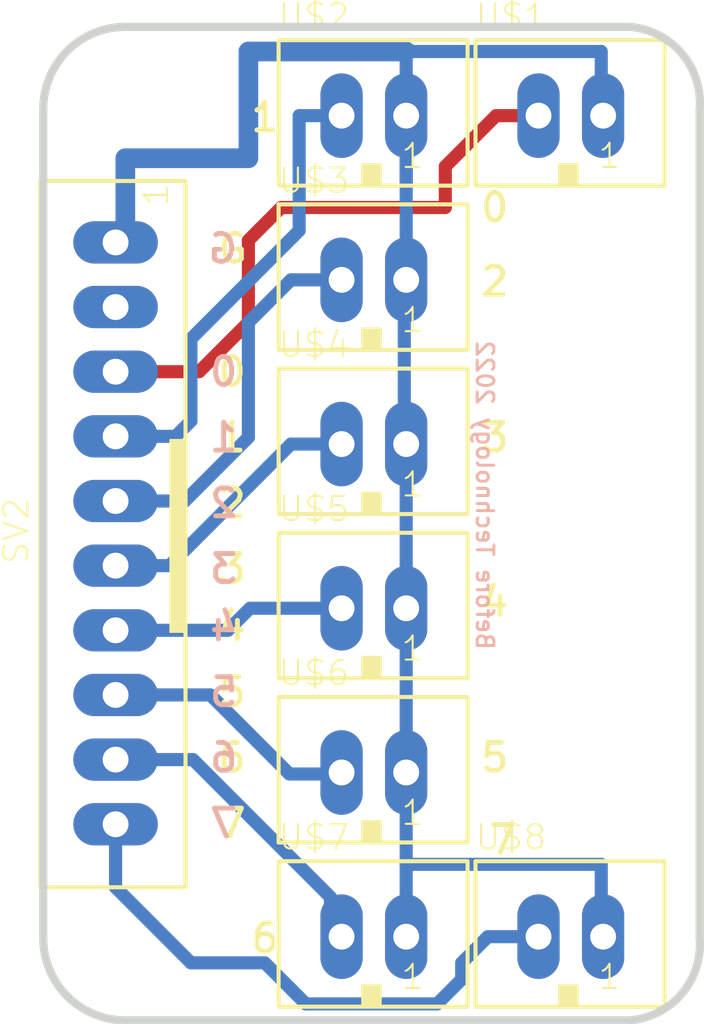
<source format=kicad_pcb>
(kicad_pcb (version 20211014) (generator pcbnew)
  (layers (0 "F.Cu" signal) (31 "B.Cu" signal) (34 "B.Paste" user) (35 "F.Paste" user) (36 "B.SilkS" user "B.Silkscreen") (37 "F.SilkS" user "F.Silkscreen") (38 "B.Mask" user) (39 "F.Mask" user) (44 "Edge.Cuts" user))
  (net 0 "")
  (net 1 "N$1")
  (net 2 "N$3")
  (net 3 "N$4")
  (net 4 "N$5")
  (net 5 "N$6")
  (net 6 "N$7")
  (net 7 "N$8")
  (net 8 "N$9")
  (net 9 "N$2")
  (footprint "weaver_PHSIL:JST_B10B-PH_HEADER" (layer "F.Cu") (at 140.623245 100.3046 90)
    (fp_text reference "SV2" (at -6 -2.6825 90) (layer "F.SilkS") (effects (font (size 0.747776 0.747776) (thickness 0.065024)) (justify left bottom)))
    (fp_text value "JST-PH_10-PIN_HEADER" hide)
    (fp_text user "1" (at 5.07 1.635 90) (layer "F.SilkS") (effects (font (size 0.747776 0.747776) (thickness 0.065024)) (justify left bottom)))
    (fp_line (start 5.9 -2.3825) (end 5.9 2.1175) (layer "F.SilkS") (width 0.127))
    (fp_line (start 5.9 2.1175) (end -15.95 2.1175) (layer "F.SilkS") (width 0.127))
    (fp_line (start -15.95 -2.3825) (end 5.9 -2.3825) (layer "F.SilkS") (width 0.127))
    (fp_line (start -15.95 2.1175) (end -15.95 -2.3825) (layer "F.SilkS") (width 0.127))
    (fp_poly (pts (xy -8.08 2.1175) (xy -2.08 2.1175) (xy -2.08 1.6175) (xy -8.08 1.6175)) (layer "F.SilkS") (width 0) (fill solid))
    (pad "P1" thru_hole oval (at 4 -0.0475 180) (size 2.616 1.308) (drill 0.8) (layers *.Cu *.Mask) (net 1 "N$1"))
    (pad "P2" thru_hole oval (at 2 -0.0475 180) (size 2.616 1.308) (drill 0.8) (layers *.Cu *.Mask))
    (pad "P3" thru_hole oval (at 0 -0.0475 180) (size 2.616 1.308) (drill 0.8) (layers *.Cu *.Mask) (net 9 "N$2"))
    (pad "P4" thru_hole oval (at -2 -0.0475 180) (size 2.616 1.308) (drill 0.8) (layers *.Cu *.Mask) (net 2 "N$3"))
    (pad "P5" thru_hole oval (at -4 -0.0475 180) (size 2.616 1.308) (drill 0.8) (layers *.Cu *.Mask) (net 3 "N$4"))
    (pad "P6" thru_hole oval (at -6 -0.0475 180) (size 2.616 1.308) (drill 0.8) (layers *.Cu *.Mask) (net 4 "N$5"))
    (pad "P7" thru_hole oval (at -8 -0.0475 180) (size 2.616 1.308) (drill 0.8) (layers *.Cu *.Mask) (net 5 "N$6"))
    (pad "P8" thru_hole oval (at -10 -0.0475 180) (size 2.616 1.308) (drill 0.8) (layers *.Cu *.Mask) (net 6 "N$7"))
    (pad "P9" thru_hole oval (at -12 -0.0475 180) (size 2.616 1.308) (drill 0.8) (layers *.Cu *.Mask) (net 7 "N$8"))
    (pad "P10" thru_hole oval (at -14 -0.0475 180) (size 2.616 1.308) (drill 0.8) (layers *.Cu *.Mask) (net 8 "N$9"))
  )
  (footprint "weaver_PHSIL:JST_B2B-PH_HEADER" (layer "F.Cu") (at 148.497245 117.8306)
    (fp_text reference "U$7" (at -2.925 -2.6825) (layer "F.SilkS") (effects (font (size 0.747776 0.747776) (thickness 0.065024)) (justify left bottom)))
    (fp_text value "JST-PH_2-PIN_HEADER" hide)
    (fp_text user "1" (at 0.875 1.635) (layer "F.SilkS") (effects (font (size 0.747776 0.747776) (thickness 0.065024)) (justify left bottom)))
    (fp_line (start -2.875 -2.3825) (end 2.975 -2.3825) (layer "F.SilkS") (width 0.127))
    (fp_line (start -2.875 2.1175) (end -2.875 -2.3825) (layer "F.SilkS") (width 0.127))
    (fp_line (start 2.975 2.1175) (end -2.875 2.1175) (layer "F.SilkS") (width 0.127))
    (fp_line (start 2.975 -2.3825) (end 2.975 2.1175) (layer "F.SilkS") (width 0.127))
    (fp_poly (pts (xy -0.3175 2.060468) (xy 0.3175 2.060468) (xy 0.3175 1.425468) (xy -0.3175 1.425468)) (layer "F.SilkS") (width 0) (fill solid))
    (pad "P1" thru_hole oval (at 1.075 -0.0475 90) (size 2.616 1.308) (drill 0.8) (layers *.Cu *.Mask) (net 1 "N$1"))
    (pad "P2" thru_hole oval (at -0.925 -0.0475 90) (size 2.616 1.308) (drill 0.8) (layers *.Cu *.Mask) (net 7 "N$8"))
  )
  (footprint "weaver_PHSIL:JST_B2B-PH_HEADER" (layer "F.Cu") (at 148.497245 112.7506)
    (fp_text reference "U$6" (at -2.925 -2.6825) (layer "F.SilkS") (effects (font (size 0.747776 0.747776) (thickness 0.065024)) (justify left bottom)))
    (fp_text value "JST-PH_2-PIN_HEADER" hide)
    (fp_text user "1" (at 0.875 1.635) (layer "F.SilkS") (effects (font (size 0.747776 0.747776) (thickness 0.065024)) (justify left bottom)))
    (fp_line (start 2.975 2.1175) (end -2.875 2.1175) (layer "F.SilkS") (width 0.127))
    (fp_line (start -2.875 -2.3825) (end 2.975 -2.3825) (layer "F.SilkS") (width 0.127))
    (fp_line (start -2.875 2.1175) (end -2.875 -2.3825) (layer "F.SilkS") (width 0.127))
    (fp_line (start 2.975 -2.3825) (end 2.975 2.1175) (layer "F.SilkS") (width 0.127))
    (fp_poly (pts (xy -0.3175 2.060468) (xy 0.3175 2.060468) (xy 0.3175 1.425468) (xy -0.3175 1.425468)) (layer "F.SilkS") (width 0) (fill solid))
    (pad "P1" thru_hole oval (at 1.075 -0.0475 90) (size 2.616 1.308) (drill 0.8) (layers *.Cu *.Mask) (net 1 "N$1"))
    (pad "P2" thru_hole oval (at -0.925 -0.0475 90) (size 2.616 1.308) (drill 0.8) (layers *.Cu *.Mask) (net 6 "N$7"))
  )
  (footprint "" (layer "F.Cu") (at 155.609245 112.7506)
    (fp_text reference "@HOLE0" hide)
    (fp_text value "" (at 0 0) (layer "F.SilkS") (effects (font (size 1.27 1.27))))
    (pad "" np_thru_hole circle (at 0 0) (size 3.175 3.175) (drill 3.175) (layers *.Cu *.Mask))
  )
  (footprint "weaver_PHSIL:JST_B2B-PH_HEADER" (layer "F.Cu") (at 154.593245 92.4306)
    (fp_text reference "U$1" (at -2.925 -2.6825) (layer "F.SilkS") (effects (font (size 0.747776 0.747776) (thickness 0.065024)) (justify left bottom)))
    (fp_text value "JST-PH_2-PIN_HEADER" hide)
    (fp_text user "1" (at 0.875 1.635) (layer "F.SilkS") (effects (font (size 0.747776 0.747776) (thickness 0.065024)) (justify left bottom)))
    (fp_line (start -2.875 2.1175) (end -2.875 -2.3825) (layer "F.SilkS") (width 0.127))
    (fp_line (start -2.875 -2.3825) (end 2.975 -2.3825) (layer "F.SilkS") (width 0.127))
    (fp_line (start 2.975 2.1175) (end -2.875 2.1175) (layer "F.SilkS") (width 0.127))
    (fp_line (start 2.975 -2.3825) (end 2.975 2.1175) (layer "F.SilkS") (width 0.127))
    (fp_poly (pts (xy -0.3175 2.060468) (xy 0.3175 2.060468) (xy 0.3175 1.425468) (xy -0.3175 1.425468)) (layer "F.SilkS") (width 0) (fill solid))
    (pad "P1" thru_hole oval (at 1.075 -0.0475 90) (size 2.616 1.308) (drill 0.8) (layers *.Cu *.Mask) (net 1 "N$1"))
    (pad "P2" thru_hole oval (at -0.925 -0.0475 90) (size 2.616 1.308) (drill 0.8) (layers *.Cu *.Mask) (net 9 "N$2"))
  )
  (footprint "weaver_PHSIL:JST_B2B-PH_HEADER" (layer "F.Cu") (at 148.497245 97.5106)
    (fp_text reference "U$3" (at -2.925 -2.6825) (layer "F.SilkS") (effects (font (size 0.747776 0.747776) (thickness 0.065024)) (justify left bottom)))
    (fp_text value "JST-PH_2-PIN_HEADER" hide)
    (fp_text user "1" (at 0.875 1.635) (layer "F.SilkS") (effects (font (size 0.747776 0.747776) (thickness 0.065024)) (justify left bottom)))
    (fp_line (start 2.975 -2.3825) (end 2.975 2.1175) (layer "F.SilkS") (width 0.127))
    (fp_line (start -2.875 2.1175) (end -2.875 -2.3825) (layer "F.SilkS") (width 0.127))
    (fp_line (start -2.875 -2.3825) (end 2.975 -2.3825) (layer "F.SilkS") (width 0.127))
    (fp_line (start 2.975 2.1175) (end -2.875 2.1175) (layer "F.SilkS") (width 0.127))
    (fp_poly (pts (xy -0.3175 2.060468) (xy 0.3175 2.060468) (xy 0.3175 1.425468) (xy -0.3175 1.425468)) (layer "F.SilkS") (width 0) (fill solid))
    (pad "P1" thru_hole oval (at 1.075 -0.0475 90) (size 2.616 1.308) (drill 0.8) (layers *.Cu *.Mask) (net 1 "N$1"))
    (pad "P2" thru_hole oval (at -0.925 -0.0475 90) (size 2.616 1.308) (drill 0.8) (layers *.Cu *.Mask) (net 3 "N$4"))
  )
  (footprint "" (layer "F.Cu") (at 155.609245 97.5106)
    (fp_text reference "@HOLE1" hide)
    (fp_text value "" (at 0 0) (layer "F.SilkS") (effects (font (size 1.27 1.27))))
    (pad "" np_thru_hole circle (at 0 0) (size 3.175 3.175) (drill 3.175) (layers *.Cu *.Mask))
  )
  (footprint "weaver_PHSIL:JST_B2B-PH_HEADER" (layer "F.Cu") (at 148.497245 107.6706)
    (fp_text reference "U$5" (at -2.925 -2.6825) (layer "F.SilkS") (effects (font (size 0.747776 0.747776) (thickness 0.065024)) (justify left bottom)))
    (fp_text value "JST-PH_2-PIN_HEADER" hide)
    (fp_text user "1" (at 0.875 1.635) (layer "F.SilkS") (effects (font (size 0.747776 0.747776) (thickness 0.065024)) (justify left bottom)))
    (fp_line (start 2.975 2.1175) (end -2.875 2.1175) (layer "F.SilkS") (width 0.127))
    (fp_line (start -2.875 -2.3825) (end 2.975 -2.3825) (layer "F.SilkS") (width 0.127))
    (fp_line (start -2.875 2.1175) (end -2.875 -2.3825) (layer "F.SilkS") (width 0.127))
    (fp_line (start 2.975 -2.3825) (end 2.975 2.1175) (layer "F.SilkS") (width 0.127))
    (fp_poly (pts (xy -0.3175 2.060468) (xy 0.3175 2.060468) (xy 0.3175 1.425468) (xy -0.3175 1.425468)) (layer "F.SilkS") (width 0) (fill solid))
    (pad "P1" thru_hole oval (at 1.075 -0.0475 90) (size 2.616 1.308) (drill 0.8) (layers *.Cu *.Mask) (net 1 "N$1"))
    (pad "P2" thru_hole oval (at -0.925 -0.0475 90) (size 2.616 1.308) (drill 0.8) (layers *.Cu *.Mask) (net 5 "N$6"))
  )
  (footprint "weaver_PHSIL:JST_B2B-PH_HEADER" (layer "F.Cu") (at 148.497245 102.5906)
    (fp_text reference "U$4" (at -2.925 -2.6825) (layer "F.SilkS") (effects (font (size 0.747776 0.747776) (thickness 0.065024)) (justify left bottom)))
    (fp_text value "JST-PH_2-PIN_HEADER" hide)
    (fp_text user "1" (at 0.875 1.635) (layer "F.SilkS") (effects (font (size 0.747776 0.747776) (thickness 0.065024)) (justify left bottom)))
    (fp_line (start -2.875 -2.3825) (end 2.975 -2.3825) (layer "F.SilkS") (width 0.127))
    (fp_line (start 2.975 -2.3825) (end 2.975 2.1175) (layer "F.SilkS") (width 0.127))
    (fp_line (start 2.975 2.1175) (end -2.875 2.1175) (layer "F.SilkS") (width 0.127))
    (fp_line (start -2.875 2.1175) (end -2.875 -2.3825) (layer "F.SilkS") (width 0.127))
    (fp_poly (pts (xy -0.3175 2.060468) (xy 0.3175 2.060468) (xy 0.3175 1.425468) (xy -0.3175 1.425468)) (layer "F.SilkS") (width 0) (fill solid))
    (pad "P1" thru_hole oval (at 1.075 -0.0475 90) (size 2.616 1.308) (drill 0.8) (layers *.Cu *.Mask) (net 1 "N$1"))
    (pad "P2" thru_hole oval (at -0.925 -0.0475 90) (size 2.616 1.308) (drill 0.8) (layers *.Cu *.Mask) (net 4 "N$5"))
  )
  (footprint "weaver_PHSIL:JST_B2B-PH_HEADER" (layer "F.Cu") (at 154.593245 117.8306)
    (fp_text reference "U$8" (at -2.925 -2.6825) (layer "F.SilkS") (effects (font (size 0.747776 0.747776) (thickness 0.065024)) (justify left bottom)))
    (fp_text value "JST-PH_2-PIN_HEADER" hide)
    (fp_text user "1" (at 0.875 1.635) (layer "F.SilkS") (effects (font (size 0.747776 0.747776) (thickness 0.065024)) (justify left bottom)))
    (fp_line (start -2.875 2.1175) (end -2.875 -2.3825) (layer "F.SilkS") (width 0.127))
    (fp_line (start 2.975 -2.3825) (end 2.975 2.1175) (layer "F.SilkS") (width 0.127))
    (fp_line (start 2.975 2.1175) (end -2.875 2.1175) (layer "F.SilkS") (width 0.127))
    (fp_line (start -2.875 -2.3825) (end 2.975 -2.3825) (layer "F.SilkS") (width 0.127))
    (fp_poly (pts (xy -0.3175 2.060468) (xy 0.3175 2.060468) (xy 0.3175 1.425468) (xy -0.3175 1.425468)) (layer "F.SilkS") (width 0) (fill solid))
    (pad "P1" thru_hole oval (at 1.075 -0.0475 90) (size 2.616 1.308) (drill 0.8) (layers *.Cu *.Mask) (net 1 "N$1"))
    (pad "P2" thru_hole oval (at -0.925 -0.0475 90) (size 2.616 1.308) (drill 0.8) (layers *.Cu *.Mask) (net 8 "N$9"))
  )
  (footprint "weaver_PHSIL:JST_B2B-PH_HEADER" (layer "F.Cu") (at 148.497245 92.4306)
    (fp_text reference "U$2" (at -2.925 -2.6825) (layer "F.SilkS") (effects (font (size 0.747776 0.747776) (thickness 0.065024)) (justify left bottom)))
    (fp_text value "JST-PH_2-PIN_HEADER" hide)
    (fp_text user "1" (at 0.875 1.635) (layer "F.SilkS") (effects (font (size 0.747776 0.747776) (thickness 0.065024)) (justify left bottom)))
    (fp_line (start -2.875 -2.3825) (end 2.975 -2.3825) (layer "F.SilkS") (width 0.127))
    (fp_line (start 2.975 2.1175) (end -2.875 2.1175) (layer "F.SilkS") (width 0.127))
    (fp_line (start -2.875 2.1175) (end -2.875 -2.3825) (layer "F.SilkS") (width 0.127))
    (fp_line (start 2.975 -2.3825) (end 2.975 2.1175) (layer "F.SilkS") (width 0.127))
    (fp_poly (pts (xy -0.3175 2.060468) (xy 0.3175 2.060468) (xy 0.3175 1.425468) (xy -0.3175 1.425468)) (layer "F.SilkS") (width 0) (fill solid))
    (pad "P1" thru_hole oval (at 1.075 -0.0475 90) (size 2.616 1.308) (drill 0.8) (layers *.Cu *.Mask) (net 1 "N$1"))
    (pad "P2" thru_hole oval (at -0.925 -0.0475 90) (size 2.616 1.308) (drill 0.8) (layers *.Cu *.Mask) (net 2 "N$3"))
  )
  (gr_line (start 138.337245 92.1766) (end 138.337245 117.8306) (layer "Edge.Cuts") (width 0.254))
  (gr_arc (start 156.498245 89.6366) (mid 158.103796 90.459456) (end 158.657245 92.1766) (layer "Edge.Cuts") (width 0.254))
  (gr_arc (start 140.877245 120.3706) (mid 139.081194 119.626651) (end 138.337245 117.8306) (layer "Edge.Cuts") (width 0.254))
  (gr_arc (start 158.657245 117.8306) (mid 158.103796 119.547744) (end 156.498245 120.3706) (layer "Edge.Cuts") (width 0.254))
  (gr_arc (start 138.337245 92.1766) (mid 139.081194 90.380549) (end 140.877245 89.6366) (layer "Edge.Cuts") (width 0.254))
  (gr_line (start 158.657245 92.1766) (end 158.657245 117.8306) (layer "Edge.Cuts") (width 0.254))
  (gr_line (start 140.877245 89.6366) (end 156.498245 89.6366) (layer "Edge.Cuts") (width 0.254))
  (gr_line (start 156.498245 120.3706) (end 140.877245 120.3706) (layer "Edge.Cuts") (width 0.254))
  (gr_text "4" (at 144.433245 108.6866) (layer "B.SilkS") (effects (font (size 0.8636 0.8636) (thickness 0.1524)) (justify left bottom mirror)))
  (gr_text "5" (at 144.433245 110.7186) (layer "B.SilkS") (effects (font (size 0.8636 0.8636) (thickness 0.1524)) (justify left bottom mirror)))
  (gr_text "0" (at 144.433245 100.8126) (layer "B.SilkS") (effects (font (size 0.8636 0.8636) (thickness 0.1524)) (justify left bottom mirror)))
  (gr_text "1" (at 144.433245 102.8446) (layer "B.SilkS") (effects (font (size 0.8636 0.8636) (thickness 0.1524)) (justify left bottom mirror)))
  (gr_text "G" (at 144.433245 97.0026) (layer "B.SilkS") (effects (font (size 0.8636 0.8636) (thickness 0.1524)) (justify left bottom mirror)))
  (gr_text "3" (at 144.433245 106.9086) (layer "B.SilkS") (effects (font (size 0.8636 0.8636) (thickness 0.1524)) (justify left bottom mirror)))
  (gr_text "2" (at 144.433245 104.8766) (layer "B.SilkS") (effects (font (size 0.8636 0.8636) (thickness 0.1524)) (justify left bottom mirror)))
  (gr_text "7" (at 144.433245 114.7826) (layer "B.SilkS") (effects (font (size 0.8636 0.8636) (thickness 0.1524)) (justify left bottom mirror)))
  (gr_text "6" (at 144.433245 112.7506) (layer "B.SilkS") (effects (font (size 0.8636 0.8636) (thickness 0.1524)) (justify left bottom mirror)))
  (gr_text "Before Technology 2022" (at 152.307245 99.2886 -90) (layer "B.SilkS") (effects (font (size 0.51816 0.51816) (thickness 0.09144)) (justify right top mirror)))
  (gr_text "2" (at 151.799245 98.0186) (layer "F.SilkS") (effects (font (size 0.8636 0.8636) (thickness 0.1524)) (justify left bottom)))
  (gr_text "1" (at 144.687245 92.9386) (layer "F.SilkS") (effects (font (size 0.8636 0.8636) (thickness 0.1524)) (justify left bottom)))
  (gr_text "7" (at 143.671245 114.7826) (layer "F.SilkS") (effects (font (size 0.8636 0.8636) (thickness 0.1524)) (justify left bottom)))
  (gr_text "0" (at 151.799245 95.7326) (layer "F.SilkS") (effects (font (size 0.8636 0.8636) (thickness 0.1524)) (justify left bottom)))
  (gr_text "7" (at 152.053245 115.2906) (layer "F.SilkS") (effects (font (size 0.8636 0.8636) (thickness 0.1524)) (justify left bottom)))
  (gr_text "0" (at 143.671245 100.8126) (layer "F.SilkS") (effects (font (size 0.8636 0.8636) (thickness 0.1524)) (justify left bottom)))
  (gr_text "4" (at 151.799245 107.9246) (layer "F.SilkS") (effects (font (size 0.8636 0.8636) (thickness 0.1524)) (justify left bottom)))
  (gr_text "6" (at 143.671245 112.7506) (layer "F.SilkS") (effects (font (size 0.8636 0.8636) (thickness 0.1524)) (justify left bottom)))
  (gr_text "3" (at 143.671245 106.9086) (layer "F.SilkS") (effects (font (size 0.8636 0.8636) (thickness 0.1524)) (justify left bottom)))
  (gr_text "4" (at 143.671245 108.6866) (layer "F.SilkS") (effects (font (size 0.8636 0.8636) (thickness 0.1524)) (justify left bottom)))
  (gr_text "6" (at 144.687245 118.3386) (layer "F.SilkS") (effects (font (size 0.8636 0.8636) (thickness 0.1524)) (justify left bottom)))
  (gr_text "1" (at 143.671245 102.8446) (layer "F.SilkS") (effects (font (size 0.8636 0.8636) (thickness 0.1524)) (justify left bottom)))
  (gr_text "5" (at 143.671245 110.7186) (layer "F.SilkS") (effects (font (size 0.8636 0.8636) (thickness 0.1524)) (justify left bottom)))
  (gr_text "5" (at 151.799245 112.7506) (layer "F.SilkS") (effects (font (size 0.8636 0.8636) (thickness 0.1524)) (justify left bottom)))
  (gr_text "3" (at 151.799245 102.8446) (layer "F.SilkS") (effects (font (size 0.8636 0.8636) (thickness 0.1524)) (justify left bottom)))
  (gr_text "G" (at 143.671245 97.0026) (layer "F.SilkS") (effects (font (size 0.8636 0.8636) (thickness 0.1524)) (justify left bottom)))
  (gr_text "2" (at 143.671245 104.8766) (layer "F.SilkS") (effects (font (size 0.8636 0.8636) (thickness 0.1524)) (justify left bottom)))
  (segment (start 149.572245 94.4626) (end 149.572245 92.3831) (width 0.4064) (layer "F.Cu") (net 1))
  (segment (start 140.877245 96.3046) (end 140.877245 93.7006) (width 0.6096) (layer "B.Cu") (net 1))
  (segment (start 149.572245 115.5446) (end 149.572245 117.7831) (width 0.4064) (layer "B.Cu") (net 1))
  (segment (start 149.572245 92.3831) (end 149.513245 92.3831) (width 0.4064) (layer "B.Cu") (net 1))
  (segment (start 155.668245 117.7831) (end 155.609245 117.7831) (width 0.4064) (layer "B.Cu") (net 1))
  (segment (start 149.572245 102.5431) (end 149.572245 107.6231) (width 0.4064) (layer "B.Cu") (net 1))
  (segment (start 149.572245 92.3831) (end 149.572245 97.4631) (width 0.4064) (layer "B.Cu") (net 1))
  (segment (start 140.877245 93.7006) (end 144.687245 93.7006) (width 0.6096) (layer "B.Cu") (net 1))
  (segment (start 155.609245 92.3831) (end 155.609245 90.3986) (width 0.4064) (layer "B.Cu") (net 1))
  (segment (start 149.719745 97.2091) (end 149.513245 97.7646) (width 0.4064) (layer "B.Cu") (net 1))
  (segment (start 155.609245 117.7831) (end 155.609245 115.5446) (width 0.4064) (layer "B.Cu") (net 1))
  (segment (start 155.668245 92.3831) (end 155.609245 92.3831) (width 0.4064) (layer "B.Cu") (net 1))
  (segment (start 155.609245 90.3986) (end 149.572245 90.3986) (width 0.4064) (layer "B.Cu") (net 1))
  (segment (start 144.687245 90.3986) (end 149.572245 90.3986) (width 0.6096) (layer "B.Cu") (net 1))
  (segment (start 149.513245 102.6021) (end 149.572245 102.5431) (width 0.4064) (layer "B.Cu") (net 1))
  (segment (start 140.575745 96.3046) (end 140.877245 96.3046) (width 0.6096) (layer "B.Cu") (net 1))
  (segment (start 155.609245 115.5446) (end 149.572245 115.5446) (width 0.4064) (layer "B.Cu") (net 1))
  (segment (start 149.513245 97.7646) (end 149.513245 102.6021) (width 0.4064) (layer "B.Cu") (net 1))
  (segment (start 149.572245 90.3986) (end 149.572245 92.3831) (width 0.4064) (layer "B.Cu") (net 1))
  (segment (start 149.572245 107.6231) (end 149.572245 112.7031) (width 0.4064) (layer "B.Cu") (net 1))
  (segment (start 149.572245 112.7031) (end 149.572245 115.5446) (width 0.4064) (layer "B.Cu") (net 1))
  (segment (start 144.687245 93.7006) (end 144.687245 90.3986) (width 0.6096) (layer "B.Cu") (net 1))
  (segment (start 149.572245 97.4631) (end 149.719745 97.2091) (width 0.4064) (layer "B.Cu") (net 1))
  (segment (start 146.258745 92.3831) (end 146.258745 95.9391) (width 0.4064) (layer "B.Cu") (net 2))
  (segment (start 142.909245 99.2886) (end 146.258745 95.9391) (width 0.4064) (layer "B.Cu") (net 2))
  (segment (start 142.909245 101.8286) (end 142.909245 99.2886) (width 0.4064) (layer "B.Cu") (net 2))
  (segment (start 142.433245 102.3046) (end 142.909245 101.8286) (width 0.4064) (layer "B.Cu") (net 2))
  (segment (start 147.572245 92.3831) (end 146.258745 92.3831) (width 0.4064) (layer "B.Cu") (net 2))
  (segment (start 140.575745 102.3046) (end 142.433245 102.3046) (width 0.4064) (layer "B.Cu") (net 2))
  (segment (start 144.687245 98.7806) (end 146.004745 97.4631) (width 0.4064) (layer "B.Cu") (net 3))
  (segment (start 144.687245 102.3366) (end 144.687245 98.7806) (width 0.4064) (layer "B.Cu") (net 3))
  (segment (start 142.719245 104.3046) (end 144.687245 102.3366) (width 0.4064) (layer "B.Cu") (net 3))
  (segment (start 140.575745 104.3046) (end 142.719245 104.3046) (width 0.4064) (layer "B.Cu") (net 3))
  (segment (start 147.572245 97.4631) (end 146.004745 97.4631) (width 0.4064) (layer "B.Cu") (net 3))
  (segment (start 142.243245 106.3046) (end 146.004745 102.5431) (width 0.4064) (layer "B.Cu") (net 4))
  (segment (start 140.575745 106.3046) (end 142.243245 106.3046) (width 0.4064) (layer "B.Cu") (net 4))
  (segment (start 147.572245 102.5431) (end 146.004745 102.5431) (width 0.4064) (layer "B.Cu") (net 4))
  (segment (start 140.575745 108.3046) (end 144.053245 108.3046) (width 0.4064) (layer "B.Cu") (net 5))
  (segment (start 147.572245 107.6231) (end 144.734745 107.6231) (width 0.4064) (layer "B.Cu") (net 5))
  (segment (start 144.053245 108.3046) (end 144.734745 107.6231) (width 0.4064) (layer "B.Cu") (net 5))
  (segment (start 140.575745 110.3046) (end 143.511245 110.3046) (width 0.4064) (layer "B.Cu") (net 6))
  (segment (start 145.957245 112.7506) (end 147.524745 112.7506) (width 0.4064) (layer "B.Cu") (net 6))
  (segment (start 143.511245 110.3046) (end 145.957245 112.7506) (width 0.4064) (layer "B.Cu") (net 6))
  (segment (start 147.524745 112.7506) (end 147.572245 112.7031) (width 0.4064) (layer "B.Cu") (net 6))
  (segment (start 147.572245 117.7831) (end 147.179745 117.7831) (width 0.4064) (layer "B.Cu") (net 7))
  (segment (start 140.575745 112.3046) (end 142.971245 112.3046) (width 0.4064) (layer "B.Cu") (net 7))
  (segment (start 142.971245 112.3046) (end 147.227245 116.5606) (width 0.4064) (layer "B.Cu") (net 7))
  (segment (start 147.227245 117.4381) (end 147.572245 117.7831) (width 0.4064) (layer "B.Cu") (net 7))
  (segment (start 147.227245 116.5606) (end 147.227245 117.4381) (width 0.4064) (layer "B.Cu") (net 7))
  (segment (start 151.291245 118.5926) (end 151.291245 119.1006) (width 0.4064) (layer "B.Cu") (net 8))
  (segment (start 150.529245 119.8626) (end 146.465245 119.8626) (width 0.4064) (layer "B.Cu") (net 8))
  (segment (start 142.909245 118.5926) (end 140.575745 116.2591) (width 0.4064) (layer "B.Cu") (net 8))
  (segment (start 146.465245 119.8626) (end 145.195245 118.5926) (width 0.4064) (layer "B.Cu") (net 8))
  (segment (start 145.195245 118.5926) (end 142.909245 118.5926) (width 0.4064) (layer "B.Cu") (net 8))
  (segment (start 151.291245 119.1006) (end 150.529245 119.8626) (width 0.4064) (layer "B.Cu") (net 8))
  (segment (start 153.668245 117.7831) (end 152.100745 117.7831) (width 0.4064) (layer "B.Cu") (net 8))
  (segment (start 140.575745 114.3046) (end 140.575745 116.2591) (width 0.4064) (layer "B.Cu") (net 8))
  (segment (start 152.100745 117.7831) (end 151.291245 118.5926) (width 0.4064) (layer "B.Cu") (net 8))
  (segment (start 150.783245 95.2246) (end 145.703245 95.2246) (width 0.4064) (layer "F.Cu") (net 9))
  (segment (start 143.163245 100.3046) (end 144.687245 98.7806) (width 0.4064) (layer "F.Cu") (net 9))
  (segment (start 153.668245 92.3831) (end 152.354745 92.3831) (width 0.4064) (layer "F.Cu") (net 9))
  (segment (start 144.687245 98.7806) (end 144.687245 96.2406) (width 0.4064) (layer "F.Cu") (net 9))
  (segment (start 152.354745 92.3831) (end 150.783245 93.9546) (width 0.4064) (layer "F.Cu") (net 9))
  (segment (start 140.575745 100.3046) (end 143.163245 100.3046) (width 0.4064) (layer "F.Cu") (net 9))
  (segment (start 144.687245 96.2406) (end 145.703245 95.2246) (width 0.4064) (layer "F.Cu") (net 9))
  (segment (start 150.783245 93.9546) (end 150.783245 95.2246) (width 0.4064) (layer "F.Cu") (net 9))
)
</source>
